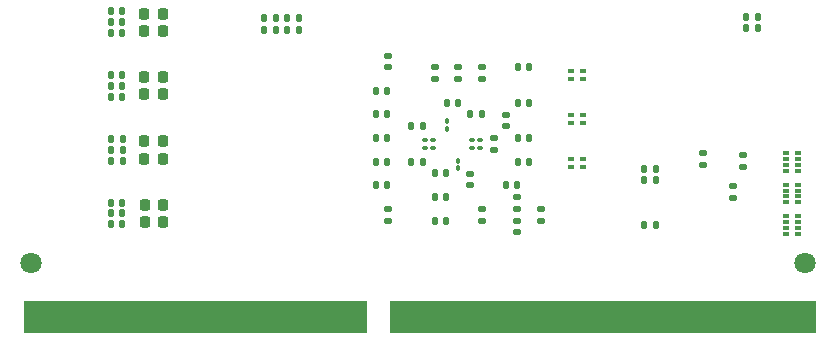
<source format=gbr>
%TF.GenerationSoftware,KiCad,Pcbnew,(6.0.0)*%
%TF.CreationDate,2022-04-26T21:12:20+08:00*%
%TF.ProjectId,XC6SLX25(FTG256)_CoreBoard,58433653-4c58-4323-9528-465447323536,rev?*%
%TF.SameCoordinates,Original*%
%TF.FileFunction,Soldermask,Bot*%
%TF.FilePolarity,Negative*%
%FSLAX46Y46*%
G04 Gerber Fmt 4.6, Leading zero omitted, Abs format (unit mm)*
G04 Created by KiCad (PCBNEW (6.0.0)) date 2022-04-26 21:12:20*
%MOMM*%
%LPD*%
G01*
G04 APERTURE LIST*
G04 Aperture macros list*
%AMRoundRect*
0 Rectangle with rounded corners*
0 $1 Rounding radius*
0 $2 $3 $4 $5 $6 $7 $8 $9 X,Y pos of 4 corners*
0 Add a 4 corners polygon primitive as box body*
4,1,4,$2,$3,$4,$5,$6,$7,$8,$9,$2,$3,0*
0 Add four circle primitives for the rounded corners*
1,1,$1+$1,$2,$3*
1,1,$1+$1,$4,$5*
1,1,$1+$1,$6,$7*
1,1,$1+$1,$8,$9*
0 Add four rect primitives between the rounded corners*
20,1,$1+$1,$2,$3,$4,$5,0*
20,1,$1+$1,$4,$5,$6,$7,0*
20,1,$1+$1,$6,$7,$8,$9,0*
20,1,$1+$1,$8,$9,$2,$3,0*%
G04 Aperture macros list end*
%ADD10C,0.010000*%
%ADD11RoundRect,0.140000X0.140000X0.170000X-0.140000X0.170000X-0.140000X-0.170000X0.140000X-0.170000X0*%
%ADD12RoundRect,0.100000X-0.130000X-0.100000X0.130000X-0.100000X0.130000X0.100000X-0.130000X0.100000X0*%
%ADD13RoundRect,0.225000X0.225000X0.250000X-0.225000X0.250000X-0.225000X-0.250000X0.225000X-0.250000X0*%
%ADD14R,0.500000X0.400000*%
%ADD15RoundRect,0.140000X-0.140000X-0.170000X0.140000X-0.170000X0.140000X0.170000X-0.140000X0.170000X0*%
%ADD16RoundRect,0.140000X0.170000X-0.140000X0.170000X0.140000X-0.170000X0.140000X-0.170000X-0.140000X0*%
%ADD17RoundRect,0.135000X0.135000X0.185000X-0.135000X0.185000X-0.135000X-0.185000X0.135000X-0.185000X0*%
%ADD18RoundRect,0.100000X0.100000X-0.130000X0.100000X0.130000X-0.100000X0.130000X-0.100000X-0.130000X0*%
%ADD19C,1.800000*%
%ADD20RoundRect,0.140000X-0.170000X0.140000X-0.170000X-0.140000X0.170000X-0.140000X0.170000X0.140000X0*%
%ADD21RoundRect,0.135000X-0.135000X-0.185000X0.135000X-0.185000X0.135000X0.185000X-0.135000X0.185000X0*%
%ADD22R,0.500000X0.320000*%
%ADD23RoundRect,0.135000X-0.185000X0.135000X-0.185000X-0.135000X0.185000X-0.135000X0.185000X0.135000X0*%
%ADD24RoundRect,0.135000X0.185000X-0.135000X0.185000X0.135000X-0.185000X0.135000X-0.185000X-0.135000X0*%
%ADD25RoundRect,0.100000X0.130000X0.100000X-0.130000X0.100000X-0.130000X-0.100000X0.130000X-0.100000X0*%
%ADD26RoundRect,0.100000X-0.100000X0.130000X-0.100000X-0.130000X0.100000X-0.130000X0.100000X0.130000X0*%
G04 APERTURE END LIST*
D10*
%TO.C,J1*%
X125850000Y-105610000D02*
X125400000Y-105610000D01*
X125400000Y-105610000D02*
X125400000Y-108210000D01*
X125400000Y-108210000D02*
X125850000Y-108210000D01*
X125850000Y-108210000D02*
X125850000Y-105610000D01*
G36*
X125850000Y-108210000D02*
G01*
X125400000Y-108210000D01*
X125400000Y-105610000D01*
X125850000Y-105610000D01*
X125850000Y-108210000D01*
G37*
X125850000Y-108210000D02*
X125400000Y-108210000D01*
X125400000Y-105610000D01*
X125850000Y-105610000D01*
X125850000Y-108210000D01*
X127850000Y-105610000D02*
X127400000Y-105610000D01*
X127400000Y-105610000D02*
X127400000Y-108210000D01*
X127400000Y-108210000D02*
X127850000Y-108210000D01*
X127850000Y-108210000D02*
X127850000Y-105610000D01*
G36*
X127850000Y-108210000D02*
G01*
X127400000Y-108210000D01*
X127400000Y-105610000D01*
X127850000Y-105610000D01*
X127850000Y-108210000D01*
G37*
X127850000Y-108210000D02*
X127400000Y-108210000D01*
X127400000Y-105610000D01*
X127850000Y-105610000D01*
X127850000Y-108210000D01*
X134350000Y-105610000D02*
X133900000Y-105610000D01*
X133900000Y-105610000D02*
X133900000Y-108210000D01*
X133900000Y-108210000D02*
X134350000Y-108210000D01*
X134350000Y-108210000D02*
X134350000Y-105610000D01*
G36*
X134350000Y-108210000D02*
G01*
X133900000Y-108210000D01*
X133900000Y-105610000D01*
X134350000Y-105610000D01*
X134350000Y-108210000D01*
G37*
X134350000Y-108210000D02*
X133900000Y-108210000D01*
X133900000Y-105610000D01*
X134350000Y-105610000D01*
X134350000Y-108210000D01*
X169850000Y-105610000D02*
X169400000Y-105610000D01*
X169400000Y-105610000D02*
X169400000Y-108210000D01*
X169400000Y-108210000D02*
X169850000Y-108210000D01*
X169850000Y-108210000D02*
X169850000Y-105610000D01*
G36*
X169850000Y-108210000D02*
G01*
X169400000Y-108210000D01*
X169400000Y-105610000D01*
X169850000Y-105610000D01*
X169850000Y-108210000D01*
G37*
X169850000Y-108210000D02*
X169400000Y-108210000D01*
X169400000Y-105610000D01*
X169850000Y-105610000D01*
X169850000Y-108210000D01*
X145350000Y-105610000D02*
X144900000Y-105610000D01*
X144900000Y-105610000D02*
X144900000Y-108210000D01*
X144900000Y-108210000D02*
X145350000Y-108210000D01*
X145350000Y-108210000D02*
X145350000Y-105610000D01*
G36*
X145350000Y-108210000D02*
G01*
X144900000Y-108210000D01*
X144900000Y-105610000D01*
X145350000Y-105610000D01*
X145350000Y-108210000D01*
G37*
X145350000Y-108210000D02*
X144900000Y-108210000D01*
X144900000Y-105610000D01*
X145350000Y-105610000D01*
X145350000Y-108210000D01*
X170350000Y-105610000D02*
X169900000Y-105610000D01*
X169900000Y-105610000D02*
X169900000Y-108210000D01*
X169900000Y-108210000D02*
X170350000Y-108210000D01*
X170350000Y-108210000D02*
X170350000Y-105610000D01*
G36*
X170350000Y-108210000D02*
G01*
X169900000Y-108210000D01*
X169900000Y-105610000D01*
X170350000Y-105610000D01*
X170350000Y-108210000D01*
G37*
X170350000Y-108210000D02*
X169900000Y-108210000D01*
X169900000Y-105610000D01*
X170350000Y-105610000D01*
X170350000Y-108210000D01*
X122350000Y-105610000D02*
X121900000Y-105610000D01*
X121900000Y-105610000D02*
X121900000Y-108210000D01*
X121900000Y-108210000D02*
X122350000Y-108210000D01*
X122350000Y-108210000D02*
X122350000Y-105610000D01*
G36*
X122350000Y-108210000D02*
G01*
X121900000Y-108210000D01*
X121900000Y-105610000D01*
X122350000Y-105610000D01*
X122350000Y-108210000D01*
G37*
X122350000Y-108210000D02*
X121900000Y-108210000D01*
X121900000Y-105610000D01*
X122350000Y-105610000D01*
X122350000Y-108210000D01*
X110350000Y-105610000D02*
X109900000Y-105610000D01*
X109900000Y-105610000D02*
X109900000Y-108210000D01*
X109900000Y-108210000D02*
X110350000Y-108210000D01*
X110350000Y-108210000D02*
X110350000Y-105610000D01*
G36*
X110350000Y-108210000D02*
G01*
X109900000Y-108210000D01*
X109900000Y-105610000D01*
X110350000Y-105610000D01*
X110350000Y-108210000D01*
G37*
X110350000Y-108210000D02*
X109900000Y-108210000D01*
X109900000Y-105610000D01*
X110350000Y-105610000D01*
X110350000Y-108210000D01*
X153350000Y-105610000D02*
X152900000Y-105610000D01*
X152900000Y-105610000D02*
X152900000Y-108210000D01*
X152900000Y-108210000D02*
X153350000Y-108210000D01*
X153350000Y-108210000D02*
X153350000Y-105610000D01*
G36*
X153350000Y-108210000D02*
G01*
X152900000Y-108210000D01*
X152900000Y-105610000D01*
X153350000Y-105610000D01*
X153350000Y-108210000D01*
G37*
X153350000Y-108210000D02*
X152900000Y-108210000D01*
X152900000Y-105610000D01*
X153350000Y-105610000D01*
X153350000Y-108210000D01*
X174350000Y-105610000D02*
X173900000Y-105610000D01*
X173900000Y-105610000D02*
X173900000Y-108210000D01*
X173900000Y-108210000D02*
X174350000Y-108210000D01*
X174350000Y-108210000D02*
X174350000Y-105610000D01*
G36*
X174350000Y-108210000D02*
G01*
X173900000Y-108210000D01*
X173900000Y-105610000D01*
X174350000Y-105610000D01*
X174350000Y-108210000D01*
G37*
X174350000Y-108210000D02*
X173900000Y-108210000D01*
X173900000Y-105610000D01*
X174350000Y-105610000D01*
X174350000Y-108210000D01*
X135350000Y-105610000D02*
X134900000Y-105610000D01*
X134900000Y-105610000D02*
X134900000Y-108210000D01*
X134900000Y-108210000D02*
X135350000Y-108210000D01*
X135350000Y-108210000D02*
X135350000Y-105610000D01*
G36*
X135350000Y-108210000D02*
G01*
X134900000Y-108210000D01*
X134900000Y-105610000D01*
X135350000Y-105610000D01*
X135350000Y-108210000D01*
G37*
X135350000Y-108210000D02*
X134900000Y-108210000D01*
X134900000Y-105610000D01*
X135350000Y-105610000D01*
X135350000Y-108210000D01*
X146350000Y-105610000D02*
X145900000Y-105610000D01*
X145900000Y-105610000D02*
X145900000Y-108210000D01*
X145900000Y-108210000D02*
X146350000Y-108210000D01*
X146350000Y-108210000D02*
X146350000Y-105610000D01*
G36*
X146350000Y-108210000D02*
G01*
X145900000Y-108210000D01*
X145900000Y-105610000D01*
X146350000Y-105610000D01*
X146350000Y-108210000D01*
G37*
X146350000Y-108210000D02*
X145900000Y-108210000D01*
X145900000Y-105610000D01*
X146350000Y-105610000D01*
X146350000Y-108210000D01*
X113850000Y-105610000D02*
X113400000Y-105610000D01*
X113400000Y-105610000D02*
X113400000Y-108210000D01*
X113400000Y-108210000D02*
X113850000Y-108210000D01*
X113850000Y-108210000D02*
X113850000Y-105610000D01*
G36*
X113850000Y-108210000D02*
G01*
X113400000Y-108210000D01*
X113400000Y-105610000D01*
X113850000Y-105610000D01*
X113850000Y-108210000D01*
G37*
X113850000Y-108210000D02*
X113400000Y-108210000D01*
X113400000Y-105610000D01*
X113850000Y-105610000D01*
X113850000Y-108210000D01*
X157850000Y-105610000D02*
X157400000Y-105610000D01*
X157400000Y-105610000D02*
X157400000Y-108210000D01*
X157400000Y-108210000D02*
X157850000Y-108210000D01*
X157850000Y-108210000D02*
X157850000Y-105610000D01*
G36*
X157850000Y-108210000D02*
G01*
X157400000Y-108210000D01*
X157400000Y-105610000D01*
X157850000Y-105610000D01*
X157850000Y-108210000D01*
G37*
X157850000Y-108210000D02*
X157400000Y-108210000D01*
X157400000Y-105610000D01*
X157850000Y-105610000D01*
X157850000Y-108210000D01*
X111350000Y-105610000D02*
X110900000Y-105610000D01*
X110900000Y-105610000D02*
X110900000Y-108210000D01*
X110900000Y-108210000D02*
X111350000Y-108210000D01*
X111350000Y-108210000D02*
X111350000Y-105610000D01*
G36*
X111350000Y-108210000D02*
G01*
X110900000Y-108210000D01*
X110900000Y-105610000D01*
X111350000Y-105610000D01*
X111350000Y-108210000D01*
G37*
X111350000Y-108210000D02*
X110900000Y-108210000D01*
X110900000Y-105610000D01*
X111350000Y-105610000D01*
X111350000Y-108210000D01*
X151850000Y-105610000D02*
X151400000Y-105610000D01*
X151400000Y-105610000D02*
X151400000Y-108210000D01*
X151400000Y-108210000D02*
X151850000Y-108210000D01*
X151850000Y-108210000D02*
X151850000Y-105610000D01*
G36*
X151850000Y-108210000D02*
G01*
X151400000Y-108210000D01*
X151400000Y-105610000D01*
X151850000Y-105610000D01*
X151850000Y-108210000D01*
G37*
X151850000Y-108210000D02*
X151400000Y-108210000D01*
X151400000Y-105610000D01*
X151850000Y-105610000D01*
X151850000Y-108210000D01*
X152350000Y-105610000D02*
X151900000Y-105610000D01*
X151900000Y-105610000D02*
X151900000Y-108210000D01*
X151900000Y-108210000D02*
X152350000Y-108210000D01*
X152350000Y-108210000D02*
X152350000Y-105610000D01*
G36*
X152350000Y-108210000D02*
G01*
X151900000Y-108210000D01*
X151900000Y-105610000D01*
X152350000Y-105610000D01*
X152350000Y-108210000D01*
G37*
X152350000Y-108210000D02*
X151900000Y-108210000D01*
X151900000Y-105610000D01*
X152350000Y-105610000D01*
X152350000Y-108210000D01*
X114350000Y-105610000D02*
X113900000Y-105610000D01*
X113900000Y-105610000D02*
X113900000Y-108210000D01*
X113900000Y-108210000D02*
X114350000Y-108210000D01*
X114350000Y-108210000D02*
X114350000Y-105610000D01*
G36*
X114350000Y-108210000D02*
G01*
X113900000Y-108210000D01*
X113900000Y-105610000D01*
X114350000Y-105610000D01*
X114350000Y-108210000D01*
G37*
X114350000Y-108210000D02*
X113900000Y-108210000D01*
X113900000Y-105610000D01*
X114350000Y-105610000D01*
X114350000Y-108210000D01*
X135850000Y-105610000D02*
X135400000Y-105610000D01*
X135400000Y-105610000D02*
X135400000Y-108210000D01*
X135400000Y-108210000D02*
X135850000Y-108210000D01*
X135850000Y-108210000D02*
X135850000Y-105610000D01*
G36*
X135850000Y-108210000D02*
G01*
X135400000Y-108210000D01*
X135400000Y-105610000D01*
X135850000Y-105610000D01*
X135850000Y-108210000D01*
G37*
X135850000Y-108210000D02*
X135400000Y-108210000D01*
X135400000Y-105610000D01*
X135850000Y-105610000D01*
X135850000Y-108210000D01*
X111850000Y-105610000D02*
X111400000Y-105610000D01*
X111400000Y-105610000D02*
X111400000Y-108210000D01*
X111400000Y-108210000D02*
X111850000Y-108210000D01*
X111850000Y-108210000D02*
X111850000Y-105610000D01*
G36*
X111850000Y-108210000D02*
G01*
X111400000Y-108210000D01*
X111400000Y-105610000D01*
X111850000Y-105610000D01*
X111850000Y-108210000D01*
G37*
X111850000Y-108210000D02*
X111400000Y-108210000D01*
X111400000Y-105610000D01*
X111850000Y-105610000D01*
X111850000Y-108210000D01*
X116850000Y-105610000D02*
X116400000Y-105610000D01*
X116400000Y-105610000D02*
X116400000Y-108210000D01*
X116400000Y-108210000D02*
X116850000Y-108210000D01*
X116850000Y-108210000D02*
X116850000Y-105610000D01*
G36*
X116850000Y-108210000D02*
G01*
X116400000Y-108210000D01*
X116400000Y-105610000D01*
X116850000Y-105610000D01*
X116850000Y-108210000D01*
G37*
X116850000Y-108210000D02*
X116400000Y-108210000D01*
X116400000Y-105610000D01*
X116850000Y-105610000D01*
X116850000Y-108210000D01*
X141350000Y-105610000D02*
X140900000Y-105610000D01*
X140900000Y-105610000D02*
X140900000Y-108210000D01*
X140900000Y-108210000D02*
X141350000Y-108210000D01*
X141350000Y-108210000D02*
X141350000Y-105610000D01*
G36*
X141350000Y-108210000D02*
G01*
X140900000Y-108210000D01*
X140900000Y-105610000D01*
X141350000Y-105610000D01*
X141350000Y-108210000D01*
G37*
X141350000Y-108210000D02*
X140900000Y-108210000D01*
X140900000Y-105610000D01*
X141350000Y-105610000D01*
X141350000Y-108210000D01*
X138850000Y-105610000D02*
X138400000Y-105610000D01*
X138400000Y-105610000D02*
X138400000Y-108210000D01*
X138400000Y-108210000D02*
X138850000Y-108210000D01*
X138850000Y-108210000D02*
X138850000Y-105610000D01*
G36*
X138850000Y-108210000D02*
G01*
X138400000Y-108210000D01*
X138400000Y-105610000D01*
X138850000Y-105610000D01*
X138850000Y-108210000D01*
G37*
X138850000Y-108210000D02*
X138400000Y-108210000D01*
X138400000Y-105610000D01*
X138850000Y-105610000D01*
X138850000Y-108210000D01*
X109850000Y-105610000D02*
X109400000Y-105610000D01*
X109400000Y-105610000D02*
X109400000Y-108210000D01*
X109400000Y-108210000D02*
X109850000Y-108210000D01*
X109850000Y-108210000D02*
X109850000Y-105610000D01*
G36*
X109850000Y-108210000D02*
G01*
X109400000Y-108210000D01*
X109400000Y-105610000D01*
X109850000Y-105610000D01*
X109850000Y-108210000D01*
G37*
X109850000Y-108210000D02*
X109400000Y-108210000D01*
X109400000Y-105610000D01*
X109850000Y-105610000D01*
X109850000Y-108210000D01*
X144350000Y-105610000D02*
X143900000Y-105610000D01*
X143900000Y-105610000D02*
X143900000Y-108210000D01*
X143900000Y-108210000D02*
X144350000Y-108210000D01*
X144350000Y-108210000D02*
X144350000Y-105610000D01*
G36*
X144350000Y-108210000D02*
G01*
X143900000Y-108210000D01*
X143900000Y-105610000D01*
X144350000Y-105610000D01*
X144350000Y-108210000D01*
G37*
X144350000Y-108210000D02*
X143900000Y-108210000D01*
X143900000Y-105610000D01*
X144350000Y-105610000D01*
X144350000Y-108210000D01*
X148350000Y-105610000D02*
X147900000Y-105610000D01*
X147900000Y-105610000D02*
X147900000Y-108210000D01*
X147900000Y-108210000D02*
X148350000Y-108210000D01*
X148350000Y-108210000D02*
X148350000Y-105610000D01*
G36*
X148350000Y-108210000D02*
G01*
X147900000Y-108210000D01*
X147900000Y-105610000D01*
X148350000Y-105610000D01*
X148350000Y-108210000D01*
G37*
X148350000Y-108210000D02*
X147900000Y-108210000D01*
X147900000Y-105610000D01*
X148350000Y-105610000D01*
X148350000Y-108210000D01*
X115350000Y-105610000D02*
X114900000Y-105610000D01*
X114900000Y-105610000D02*
X114900000Y-108210000D01*
X114900000Y-108210000D02*
X115350000Y-108210000D01*
X115350000Y-108210000D02*
X115350000Y-105610000D01*
G36*
X115350000Y-108210000D02*
G01*
X114900000Y-108210000D01*
X114900000Y-105610000D01*
X115350000Y-105610000D01*
X115350000Y-108210000D01*
G37*
X115350000Y-108210000D02*
X114900000Y-108210000D01*
X114900000Y-105610000D01*
X115350000Y-105610000D01*
X115350000Y-108210000D01*
X166350000Y-105610000D02*
X165900000Y-105610000D01*
X165900000Y-105610000D02*
X165900000Y-108210000D01*
X165900000Y-108210000D02*
X166350000Y-108210000D01*
X166350000Y-108210000D02*
X166350000Y-105610000D01*
G36*
X166350000Y-108210000D02*
G01*
X165900000Y-108210000D01*
X165900000Y-105610000D01*
X166350000Y-105610000D01*
X166350000Y-108210000D01*
G37*
X166350000Y-108210000D02*
X165900000Y-108210000D01*
X165900000Y-105610000D01*
X166350000Y-105610000D01*
X166350000Y-108210000D01*
X112350000Y-105610000D02*
X111900000Y-105610000D01*
X111900000Y-105610000D02*
X111900000Y-108210000D01*
X111900000Y-108210000D02*
X112350000Y-108210000D01*
X112350000Y-108210000D02*
X112350000Y-105610000D01*
G36*
X112350000Y-108210000D02*
G01*
X111900000Y-108210000D01*
X111900000Y-105610000D01*
X112350000Y-105610000D01*
X112350000Y-108210000D01*
G37*
X112350000Y-108210000D02*
X111900000Y-108210000D01*
X111900000Y-105610000D01*
X112350000Y-105610000D01*
X112350000Y-108210000D01*
X170850000Y-105610000D02*
X170400000Y-105610000D01*
X170400000Y-105610000D02*
X170400000Y-108210000D01*
X170400000Y-108210000D02*
X170850000Y-108210000D01*
X170850000Y-108210000D02*
X170850000Y-105610000D01*
G36*
X170850000Y-108210000D02*
G01*
X170400000Y-108210000D01*
X170400000Y-105610000D01*
X170850000Y-105610000D01*
X170850000Y-108210000D01*
G37*
X170850000Y-108210000D02*
X170400000Y-108210000D01*
X170400000Y-105610000D01*
X170850000Y-105610000D01*
X170850000Y-108210000D01*
X172850000Y-105610000D02*
X172400000Y-105610000D01*
X172400000Y-105610000D02*
X172400000Y-108210000D01*
X172400000Y-108210000D02*
X172850000Y-108210000D01*
X172850000Y-108210000D02*
X172850000Y-105610000D01*
G36*
X172850000Y-108210000D02*
G01*
X172400000Y-108210000D01*
X172400000Y-105610000D01*
X172850000Y-105610000D01*
X172850000Y-108210000D01*
G37*
X172850000Y-108210000D02*
X172400000Y-108210000D01*
X172400000Y-105610000D01*
X172850000Y-105610000D01*
X172850000Y-108210000D01*
X150350000Y-105610000D02*
X149900000Y-105610000D01*
X149900000Y-105610000D02*
X149900000Y-108210000D01*
X149900000Y-108210000D02*
X150350000Y-108210000D01*
X150350000Y-108210000D02*
X150350000Y-105610000D01*
G36*
X150350000Y-108210000D02*
G01*
X149900000Y-108210000D01*
X149900000Y-105610000D01*
X150350000Y-105610000D01*
X150350000Y-108210000D01*
G37*
X150350000Y-108210000D02*
X149900000Y-108210000D01*
X149900000Y-105610000D01*
X150350000Y-105610000D01*
X150350000Y-108210000D01*
X171350000Y-105610000D02*
X170900000Y-105610000D01*
X170900000Y-105610000D02*
X170900000Y-108210000D01*
X170900000Y-108210000D02*
X171350000Y-108210000D01*
X171350000Y-108210000D02*
X171350000Y-105610000D01*
G36*
X171350000Y-108210000D02*
G01*
X170900000Y-108210000D01*
X170900000Y-105610000D01*
X171350000Y-105610000D01*
X171350000Y-108210000D01*
G37*
X171350000Y-108210000D02*
X170900000Y-108210000D01*
X170900000Y-105610000D01*
X171350000Y-105610000D01*
X171350000Y-108210000D01*
X140350000Y-105610000D02*
X139900000Y-105610000D01*
X139900000Y-105610000D02*
X139900000Y-108210000D01*
X139900000Y-108210000D02*
X140350000Y-108210000D01*
X140350000Y-108210000D02*
X140350000Y-105610000D01*
G36*
X140350000Y-108210000D02*
G01*
X139900000Y-108210000D01*
X139900000Y-105610000D01*
X140350000Y-105610000D01*
X140350000Y-108210000D01*
G37*
X140350000Y-108210000D02*
X139900000Y-108210000D01*
X139900000Y-105610000D01*
X140350000Y-105610000D01*
X140350000Y-108210000D01*
X159350000Y-105610000D02*
X158900000Y-105610000D01*
X158900000Y-105610000D02*
X158900000Y-108210000D01*
X158900000Y-108210000D02*
X159350000Y-108210000D01*
X159350000Y-108210000D02*
X159350000Y-105610000D01*
G36*
X159350000Y-108210000D02*
G01*
X158900000Y-108210000D01*
X158900000Y-105610000D01*
X159350000Y-105610000D01*
X159350000Y-108210000D01*
G37*
X159350000Y-108210000D02*
X158900000Y-108210000D01*
X158900000Y-105610000D01*
X159350000Y-105610000D01*
X159350000Y-108210000D01*
X139350000Y-105610000D02*
X138900000Y-105610000D01*
X138900000Y-105610000D02*
X138900000Y-108210000D01*
X138900000Y-108210000D02*
X139350000Y-108210000D01*
X139350000Y-108210000D02*
X139350000Y-105610000D01*
G36*
X139350000Y-108210000D02*
G01*
X138900000Y-108210000D01*
X138900000Y-105610000D01*
X139350000Y-105610000D01*
X139350000Y-108210000D01*
G37*
X139350000Y-108210000D02*
X138900000Y-108210000D01*
X138900000Y-105610000D01*
X139350000Y-105610000D01*
X139350000Y-108210000D01*
X156350000Y-105610000D02*
X155900000Y-105610000D01*
X155900000Y-105610000D02*
X155900000Y-108210000D01*
X155900000Y-108210000D02*
X156350000Y-108210000D01*
X156350000Y-108210000D02*
X156350000Y-105610000D01*
G36*
X156350000Y-108210000D02*
G01*
X155900000Y-108210000D01*
X155900000Y-105610000D01*
X156350000Y-105610000D01*
X156350000Y-108210000D01*
G37*
X156350000Y-108210000D02*
X155900000Y-108210000D01*
X155900000Y-105610000D01*
X156350000Y-105610000D01*
X156350000Y-108210000D01*
X108350000Y-105610000D02*
X107900000Y-105610000D01*
X107900000Y-105610000D02*
X107900000Y-108210000D01*
X107900000Y-108210000D02*
X108350000Y-108210000D01*
X108350000Y-108210000D02*
X108350000Y-105610000D01*
G36*
X108350000Y-108210000D02*
G01*
X107900000Y-108210000D01*
X107900000Y-105610000D01*
X108350000Y-105610000D01*
X108350000Y-108210000D01*
G37*
X108350000Y-108210000D02*
X107900000Y-108210000D01*
X107900000Y-105610000D01*
X108350000Y-105610000D01*
X108350000Y-108210000D01*
X133850000Y-105610000D02*
X133400000Y-105610000D01*
X133400000Y-105610000D02*
X133400000Y-108210000D01*
X133400000Y-108210000D02*
X133850000Y-108210000D01*
X133850000Y-108210000D02*
X133850000Y-105610000D01*
G36*
X133850000Y-108210000D02*
G01*
X133400000Y-108210000D01*
X133400000Y-105610000D01*
X133850000Y-105610000D01*
X133850000Y-108210000D01*
G37*
X133850000Y-108210000D02*
X133400000Y-108210000D01*
X133400000Y-105610000D01*
X133850000Y-105610000D01*
X133850000Y-108210000D01*
X133350000Y-105610000D02*
X132900000Y-105610000D01*
X132900000Y-105610000D02*
X132900000Y-108210000D01*
X132900000Y-108210000D02*
X133350000Y-108210000D01*
X133350000Y-108210000D02*
X133350000Y-105610000D01*
G36*
X133350000Y-108210000D02*
G01*
X132900000Y-108210000D01*
X132900000Y-105610000D01*
X133350000Y-105610000D01*
X133350000Y-108210000D01*
G37*
X133350000Y-108210000D02*
X132900000Y-108210000D01*
X132900000Y-105610000D01*
X133350000Y-105610000D01*
X133350000Y-108210000D01*
X147850000Y-105610000D02*
X147400000Y-105610000D01*
X147400000Y-105610000D02*
X147400000Y-108210000D01*
X147400000Y-108210000D02*
X147850000Y-108210000D01*
X147850000Y-108210000D02*
X147850000Y-105610000D01*
G36*
X147850000Y-108210000D02*
G01*
X147400000Y-108210000D01*
X147400000Y-105610000D01*
X147850000Y-105610000D01*
X147850000Y-108210000D01*
G37*
X147850000Y-108210000D02*
X147400000Y-108210000D01*
X147400000Y-105610000D01*
X147850000Y-105610000D01*
X147850000Y-108210000D01*
X161350000Y-105610000D02*
X160900000Y-105610000D01*
X160900000Y-105610000D02*
X160900000Y-108210000D01*
X160900000Y-108210000D02*
X161350000Y-108210000D01*
X161350000Y-108210000D02*
X161350000Y-105610000D01*
G36*
X161350000Y-108210000D02*
G01*
X160900000Y-108210000D01*
X160900000Y-105610000D01*
X161350000Y-105610000D01*
X161350000Y-108210000D01*
G37*
X161350000Y-108210000D02*
X160900000Y-108210000D01*
X160900000Y-105610000D01*
X161350000Y-105610000D01*
X161350000Y-108210000D01*
X122850000Y-105610000D02*
X122400000Y-105610000D01*
X122400000Y-105610000D02*
X122400000Y-108210000D01*
X122400000Y-108210000D02*
X122850000Y-108210000D01*
X122850000Y-108210000D02*
X122850000Y-105610000D01*
G36*
X122850000Y-108210000D02*
G01*
X122400000Y-108210000D01*
X122400000Y-105610000D01*
X122850000Y-105610000D01*
X122850000Y-108210000D01*
G37*
X122850000Y-108210000D02*
X122400000Y-108210000D01*
X122400000Y-105610000D01*
X122850000Y-105610000D01*
X122850000Y-108210000D01*
X121850000Y-105610000D02*
X121400000Y-105610000D01*
X121400000Y-105610000D02*
X121400000Y-108210000D01*
X121400000Y-108210000D02*
X121850000Y-108210000D01*
X121850000Y-108210000D02*
X121850000Y-105610000D01*
G36*
X121850000Y-108210000D02*
G01*
X121400000Y-108210000D01*
X121400000Y-105610000D01*
X121850000Y-105610000D01*
X121850000Y-108210000D01*
G37*
X121850000Y-108210000D02*
X121400000Y-108210000D01*
X121400000Y-105610000D01*
X121850000Y-105610000D01*
X121850000Y-108210000D01*
X158350000Y-105610000D02*
X157900000Y-105610000D01*
X157900000Y-105610000D02*
X157900000Y-108210000D01*
X157900000Y-108210000D02*
X158350000Y-108210000D01*
X158350000Y-108210000D02*
X158350000Y-105610000D01*
G36*
X158350000Y-108210000D02*
G01*
X157900000Y-108210000D01*
X157900000Y-105610000D01*
X158350000Y-105610000D01*
X158350000Y-108210000D01*
G37*
X158350000Y-108210000D02*
X157900000Y-108210000D01*
X157900000Y-105610000D01*
X158350000Y-105610000D01*
X158350000Y-108210000D01*
X143850000Y-105610000D02*
X143400000Y-105610000D01*
X143400000Y-105610000D02*
X143400000Y-108210000D01*
X143400000Y-108210000D02*
X143850000Y-108210000D01*
X143850000Y-108210000D02*
X143850000Y-105610000D01*
G36*
X143850000Y-108210000D02*
G01*
X143400000Y-108210000D01*
X143400000Y-105610000D01*
X143850000Y-105610000D01*
X143850000Y-108210000D01*
G37*
X143850000Y-108210000D02*
X143400000Y-108210000D01*
X143400000Y-105610000D01*
X143850000Y-105610000D01*
X143850000Y-108210000D01*
X142850000Y-105610000D02*
X142400000Y-105610000D01*
X142400000Y-105610000D02*
X142400000Y-108210000D01*
X142400000Y-108210000D02*
X142850000Y-108210000D01*
X142850000Y-108210000D02*
X142850000Y-105610000D01*
G36*
X142850000Y-108210000D02*
G01*
X142400000Y-108210000D01*
X142400000Y-105610000D01*
X142850000Y-105610000D01*
X142850000Y-108210000D01*
G37*
X142850000Y-108210000D02*
X142400000Y-108210000D01*
X142400000Y-105610000D01*
X142850000Y-105610000D01*
X142850000Y-108210000D01*
X144850000Y-105610000D02*
X144400000Y-105610000D01*
X144400000Y-105610000D02*
X144400000Y-108210000D01*
X144400000Y-108210000D02*
X144850000Y-108210000D01*
X144850000Y-108210000D02*
X144850000Y-105610000D01*
G36*
X144850000Y-108210000D02*
G01*
X144400000Y-108210000D01*
X144400000Y-105610000D01*
X144850000Y-105610000D01*
X144850000Y-108210000D01*
G37*
X144850000Y-108210000D02*
X144400000Y-108210000D01*
X144400000Y-105610000D01*
X144850000Y-105610000D01*
X144850000Y-108210000D01*
X132850000Y-105610000D02*
X132400000Y-105610000D01*
X132400000Y-105610000D02*
X132400000Y-108210000D01*
X132400000Y-108210000D02*
X132850000Y-108210000D01*
X132850000Y-108210000D02*
X132850000Y-105610000D01*
G36*
X132850000Y-108210000D02*
G01*
X132400000Y-108210000D01*
X132400000Y-105610000D01*
X132850000Y-105610000D01*
X132850000Y-108210000D01*
G37*
X132850000Y-108210000D02*
X132400000Y-108210000D01*
X132400000Y-105610000D01*
X132850000Y-105610000D01*
X132850000Y-108210000D01*
X142350000Y-105610000D02*
X141900000Y-105610000D01*
X141900000Y-105610000D02*
X141900000Y-108210000D01*
X141900000Y-108210000D02*
X142350000Y-108210000D01*
X142350000Y-108210000D02*
X142350000Y-105610000D01*
G36*
X142350000Y-108210000D02*
G01*
X141900000Y-108210000D01*
X141900000Y-105610000D01*
X142350000Y-105610000D01*
X142350000Y-108210000D01*
G37*
X142350000Y-108210000D02*
X141900000Y-108210000D01*
X141900000Y-105610000D01*
X142350000Y-105610000D01*
X142350000Y-108210000D01*
X120850000Y-105610000D02*
X120400000Y-105610000D01*
X120400000Y-105610000D02*
X120400000Y-108210000D01*
X120400000Y-108210000D02*
X120850000Y-108210000D01*
X120850000Y-108210000D02*
X120850000Y-105610000D01*
G36*
X120850000Y-108210000D02*
G01*
X120400000Y-108210000D01*
X120400000Y-105610000D01*
X120850000Y-105610000D01*
X120850000Y-108210000D01*
G37*
X120850000Y-108210000D02*
X120400000Y-108210000D01*
X120400000Y-105610000D01*
X120850000Y-105610000D01*
X120850000Y-108210000D01*
X152850000Y-105610000D02*
X152400000Y-105610000D01*
X152400000Y-105610000D02*
X152400000Y-108210000D01*
X152400000Y-108210000D02*
X152850000Y-108210000D01*
X152850000Y-108210000D02*
X152850000Y-105610000D01*
G36*
X152850000Y-108210000D02*
G01*
X152400000Y-108210000D01*
X152400000Y-105610000D01*
X152850000Y-105610000D01*
X152850000Y-108210000D01*
G37*
X152850000Y-108210000D02*
X152400000Y-108210000D01*
X152400000Y-105610000D01*
X152850000Y-105610000D01*
X152850000Y-108210000D01*
X148850000Y-105610000D02*
X148400000Y-105610000D01*
X148400000Y-105610000D02*
X148400000Y-108210000D01*
X148400000Y-108210000D02*
X148850000Y-108210000D01*
X148850000Y-108210000D02*
X148850000Y-105610000D01*
G36*
X148850000Y-108210000D02*
G01*
X148400000Y-108210000D01*
X148400000Y-105610000D01*
X148850000Y-105610000D01*
X148850000Y-108210000D01*
G37*
X148850000Y-108210000D02*
X148400000Y-108210000D01*
X148400000Y-105610000D01*
X148850000Y-105610000D01*
X148850000Y-108210000D01*
X136350000Y-105610000D02*
X135900000Y-105610000D01*
X135900000Y-105610000D02*
X135900000Y-108210000D01*
X135900000Y-108210000D02*
X136350000Y-108210000D01*
X136350000Y-108210000D02*
X136350000Y-105610000D01*
G36*
X136350000Y-108210000D02*
G01*
X135900000Y-108210000D01*
X135900000Y-105610000D01*
X136350000Y-105610000D01*
X136350000Y-108210000D01*
G37*
X136350000Y-108210000D02*
X135900000Y-108210000D01*
X135900000Y-105610000D01*
X136350000Y-105610000D01*
X136350000Y-108210000D01*
X125350000Y-105610000D02*
X124900000Y-105610000D01*
X124900000Y-105610000D02*
X124900000Y-108210000D01*
X124900000Y-108210000D02*
X125350000Y-108210000D01*
X125350000Y-108210000D02*
X125350000Y-105610000D01*
G36*
X125350000Y-108210000D02*
G01*
X124900000Y-108210000D01*
X124900000Y-105610000D01*
X125350000Y-105610000D01*
X125350000Y-108210000D01*
G37*
X125350000Y-108210000D02*
X124900000Y-108210000D01*
X124900000Y-105610000D01*
X125350000Y-105610000D01*
X125350000Y-108210000D01*
X129350000Y-105610000D02*
X128900000Y-105610000D01*
X128900000Y-105610000D02*
X128900000Y-108210000D01*
X128900000Y-108210000D02*
X129350000Y-108210000D01*
X129350000Y-108210000D02*
X129350000Y-105610000D01*
G36*
X129350000Y-108210000D02*
G01*
X128900000Y-108210000D01*
X128900000Y-105610000D01*
X129350000Y-105610000D01*
X129350000Y-108210000D01*
G37*
X129350000Y-108210000D02*
X128900000Y-108210000D01*
X128900000Y-105610000D01*
X129350000Y-105610000D01*
X129350000Y-108210000D01*
X128850000Y-105610000D02*
X128400000Y-105610000D01*
X128400000Y-105610000D02*
X128400000Y-108210000D01*
X128400000Y-108210000D02*
X128850000Y-108210000D01*
X128850000Y-108210000D02*
X128850000Y-105610000D01*
G36*
X128850000Y-108210000D02*
G01*
X128400000Y-108210000D01*
X128400000Y-105610000D01*
X128850000Y-105610000D01*
X128850000Y-108210000D01*
G37*
X128850000Y-108210000D02*
X128400000Y-108210000D01*
X128400000Y-105610000D01*
X128850000Y-105610000D01*
X128850000Y-108210000D01*
X123850000Y-105610000D02*
X123400000Y-105610000D01*
X123400000Y-105610000D02*
X123400000Y-108210000D01*
X123400000Y-108210000D02*
X123850000Y-108210000D01*
X123850000Y-108210000D02*
X123850000Y-105610000D01*
G36*
X123850000Y-108210000D02*
G01*
X123400000Y-108210000D01*
X123400000Y-105610000D01*
X123850000Y-105610000D01*
X123850000Y-108210000D01*
G37*
X123850000Y-108210000D02*
X123400000Y-108210000D01*
X123400000Y-105610000D01*
X123850000Y-105610000D01*
X123850000Y-108210000D01*
X167850000Y-105610000D02*
X167400000Y-105610000D01*
X167400000Y-105610000D02*
X167400000Y-108210000D01*
X167400000Y-108210000D02*
X167850000Y-108210000D01*
X167850000Y-108210000D02*
X167850000Y-105610000D01*
G36*
X167850000Y-108210000D02*
G01*
X167400000Y-108210000D01*
X167400000Y-105610000D01*
X167850000Y-105610000D01*
X167850000Y-108210000D01*
G37*
X167850000Y-108210000D02*
X167400000Y-108210000D01*
X167400000Y-105610000D01*
X167850000Y-105610000D01*
X167850000Y-108210000D01*
X119350000Y-105610000D02*
X118900000Y-105610000D01*
X118900000Y-105610000D02*
X118900000Y-108210000D01*
X118900000Y-108210000D02*
X119350000Y-108210000D01*
X119350000Y-108210000D02*
X119350000Y-105610000D01*
G36*
X119350000Y-108210000D02*
G01*
X118900000Y-108210000D01*
X118900000Y-105610000D01*
X119350000Y-105610000D01*
X119350000Y-108210000D01*
G37*
X119350000Y-108210000D02*
X118900000Y-108210000D01*
X118900000Y-105610000D01*
X119350000Y-105610000D01*
X119350000Y-108210000D01*
X163350000Y-105610000D02*
X162900000Y-105610000D01*
X162900000Y-105610000D02*
X162900000Y-108210000D01*
X162900000Y-108210000D02*
X163350000Y-108210000D01*
X163350000Y-108210000D02*
X163350000Y-105610000D01*
G36*
X163350000Y-108210000D02*
G01*
X162900000Y-108210000D01*
X162900000Y-105610000D01*
X163350000Y-105610000D01*
X163350000Y-108210000D01*
G37*
X163350000Y-108210000D02*
X162900000Y-108210000D01*
X162900000Y-105610000D01*
X163350000Y-105610000D01*
X163350000Y-108210000D01*
X159850000Y-105610000D02*
X159400000Y-105610000D01*
X159400000Y-105610000D02*
X159400000Y-108210000D01*
X159400000Y-108210000D02*
X159850000Y-108210000D01*
X159850000Y-108210000D02*
X159850000Y-105610000D01*
G36*
X159850000Y-108210000D02*
G01*
X159400000Y-108210000D01*
X159400000Y-105610000D01*
X159850000Y-105610000D01*
X159850000Y-108210000D01*
G37*
X159850000Y-108210000D02*
X159400000Y-108210000D01*
X159400000Y-105610000D01*
X159850000Y-105610000D01*
X159850000Y-108210000D01*
X167350000Y-105610000D02*
X166900000Y-105610000D01*
X166900000Y-105610000D02*
X166900000Y-108210000D01*
X166900000Y-108210000D02*
X167350000Y-108210000D01*
X167350000Y-108210000D02*
X167350000Y-105610000D01*
G36*
X167350000Y-108210000D02*
G01*
X166900000Y-108210000D01*
X166900000Y-105610000D01*
X167350000Y-105610000D01*
X167350000Y-108210000D01*
G37*
X167350000Y-108210000D02*
X166900000Y-108210000D01*
X166900000Y-105610000D01*
X167350000Y-105610000D01*
X167350000Y-108210000D01*
X168850000Y-105610000D02*
X168400000Y-105610000D01*
X168400000Y-105610000D02*
X168400000Y-108210000D01*
X168400000Y-108210000D02*
X168850000Y-108210000D01*
X168850000Y-108210000D02*
X168850000Y-105610000D01*
G36*
X168850000Y-108210000D02*
G01*
X168400000Y-108210000D01*
X168400000Y-105610000D01*
X168850000Y-105610000D01*
X168850000Y-108210000D01*
G37*
X168850000Y-108210000D02*
X168400000Y-108210000D01*
X168400000Y-105610000D01*
X168850000Y-105610000D01*
X168850000Y-108210000D01*
X153850000Y-105610000D02*
X153400000Y-105610000D01*
X153400000Y-105610000D02*
X153400000Y-108210000D01*
X153400000Y-108210000D02*
X153850000Y-108210000D01*
X153850000Y-108210000D02*
X153850000Y-105610000D01*
G36*
X153850000Y-108210000D02*
G01*
X153400000Y-108210000D01*
X153400000Y-105610000D01*
X153850000Y-105610000D01*
X153850000Y-108210000D01*
G37*
X153850000Y-108210000D02*
X153400000Y-108210000D01*
X153400000Y-105610000D01*
X153850000Y-105610000D01*
X153850000Y-108210000D01*
X166850000Y-105610000D02*
X166400000Y-105610000D01*
X166400000Y-105610000D02*
X166400000Y-108210000D01*
X166400000Y-108210000D02*
X166850000Y-108210000D01*
X166850000Y-108210000D02*
X166850000Y-105610000D01*
G36*
X166850000Y-108210000D02*
G01*
X166400000Y-108210000D01*
X166400000Y-105610000D01*
X166850000Y-105610000D01*
X166850000Y-108210000D01*
G37*
X166850000Y-108210000D02*
X166400000Y-108210000D01*
X166400000Y-105610000D01*
X166850000Y-105610000D01*
X166850000Y-108210000D01*
X141850000Y-105610000D02*
X141400000Y-105610000D01*
X141400000Y-105610000D02*
X141400000Y-108210000D01*
X141400000Y-108210000D02*
X141850000Y-108210000D01*
X141850000Y-108210000D02*
X141850000Y-105610000D01*
G36*
X141850000Y-108210000D02*
G01*
X141400000Y-108210000D01*
X141400000Y-105610000D01*
X141850000Y-105610000D01*
X141850000Y-108210000D01*
G37*
X141850000Y-108210000D02*
X141400000Y-108210000D01*
X141400000Y-105610000D01*
X141850000Y-105610000D01*
X141850000Y-108210000D01*
X154350000Y-105610000D02*
X153900000Y-105610000D01*
X153900000Y-105610000D02*
X153900000Y-108210000D01*
X153900000Y-108210000D02*
X154350000Y-108210000D01*
X154350000Y-108210000D02*
X154350000Y-105610000D01*
G36*
X154350000Y-108210000D02*
G01*
X153900000Y-108210000D01*
X153900000Y-105610000D01*
X154350000Y-105610000D01*
X154350000Y-108210000D01*
G37*
X154350000Y-108210000D02*
X153900000Y-108210000D01*
X153900000Y-105610000D01*
X154350000Y-105610000D01*
X154350000Y-108210000D01*
X160850000Y-105610000D02*
X160400000Y-105610000D01*
X160400000Y-105610000D02*
X160400000Y-108210000D01*
X160400000Y-108210000D02*
X160850000Y-108210000D01*
X160850000Y-108210000D02*
X160850000Y-105610000D01*
G36*
X160850000Y-108210000D02*
G01*
X160400000Y-108210000D01*
X160400000Y-105610000D01*
X160850000Y-105610000D01*
X160850000Y-108210000D01*
G37*
X160850000Y-108210000D02*
X160400000Y-108210000D01*
X160400000Y-105610000D01*
X160850000Y-105610000D01*
X160850000Y-108210000D01*
X124350000Y-105610000D02*
X123900000Y-105610000D01*
X123900000Y-105610000D02*
X123900000Y-108210000D01*
X123900000Y-108210000D02*
X124350000Y-108210000D01*
X124350000Y-108210000D02*
X124350000Y-105610000D01*
G36*
X124350000Y-108210000D02*
G01*
X123900000Y-108210000D01*
X123900000Y-105610000D01*
X124350000Y-105610000D01*
X124350000Y-108210000D01*
G37*
X124350000Y-108210000D02*
X123900000Y-108210000D01*
X123900000Y-105610000D01*
X124350000Y-105610000D01*
X124350000Y-108210000D01*
X129850000Y-105610000D02*
X129400000Y-105610000D01*
X129400000Y-105610000D02*
X129400000Y-108210000D01*
X129400000Y-108210000D02*
X129850000Y-108210000D01*
X129850000Y-108210000D02*
X129850000Y-105610000D01*
G36*
X129850000Y-108210000D02*
G01*
X129400000Y-108210000D01*
X129400000Y-105610000D01*
X129850000Y-105610000D01*
X129850000Y-108210000D01*
G37*
X129850000Y-108210000D02*
X129400000Y-108210000D01*
X129400000Y-105610000D01*
X129850000Y-105610000D01*
X129850000Y-108210000D01*
X130850000Y-105610000D02*
X130400000Y-105610000D01*
X130400000Y-105610000D02*
X130400000Y-108210000D01*
X130400000Y-108210000D02*
X130850000Y-108210000D01*
X130850000Y-108210000D02*
X130850000Y-105610000D01*
G36*
X130850000Y-108210000D02*
G01*
X130400000Y-108210000D01*
X130400000Y-105610000D01*
X130850000Y-105610000D01*
X130850000Y-108210000D01*
G37*
X130850000Y-108210000D02*
X130400000Y-108210000D01*
X130400000Y-105610000D01*
X130850000Y-105610000D01*
X130850000Y-108210000D01*
X119850000Y-105610000D02*
X119400000Y-105610000D01*
X119400000Y-105610000D02*
X119400000Y-108210000D01*
X119400000Y-108210000D02*
X119850000Y-108210000D01*
X119850000Y-108210000D02*
X119850000Y-105610000D01*
G36*
X119850000Y-108210000D02*
G01*
X119400000Y-108210000D01*
X119400000Y-105610000D01*
X119850000Y-105610000D01*
X119850000Y-108210000D01*
G37*
X119850000Y-108210000D02*
X119400000Y-108210000D01*
X119400000Y-105610000D01*
X119850000Y-105610000D01*
X119850000Y-108210000D01*
X131350000Y-105610000D02*
X130900000Y-105610000D01*
X130900000Y-105610000D02*
X130900000Y-108210000D01*
X130900000Y-108210000D02*
X131350000Y-108210000D01*
X131350000Y-108210000D02*
X131350000Y-105610000D01*
G36*
X131350000Y-108210000D02*
G01*
X130900000Y-108210000D01*
X130900000Y-105610000D01*
X131350000Y-105610000D01*
X131350000Y-108210000D01*
G37*
X131350000Y-108210000D02*
X130900000Y-108210000D01*
X130900000Y-105610000D01*
X131350000Y-105610000D01*
X131350000Y-108210000D01*
X163850000Y-105610000D02*
X163400000Y-105610000D01*
X163400000Y-105610000D02*
X163400000Y-108210000D01*
X163400000Y-108210000D02*
X163850000Y-108210000D01*
X163850000Y-108210000D02*
X163850000Y-105610000D01*
G36*
X163850000Y-108210000D02*
G01*
X163400000Y-108210000D01*
X163400000Y-105610000D01*
X163850000Y-105610000D01*
X163850000Y-108210000D01*
G37*
X163850000Y-108210000D02*
X163400000Y-108210000D01*
X163400000Y-105610000D01*
X163850000Y-105610000D01*
X163850000Y-108210000D01*
X118350000Y-105610000D02*
X117900000Y-105610000D01*
X117900000Y-105610000D02*
X117900000Y-108210000D01*
X117900000Y-108210000D02*
X118350000Y-108210000D01*
X118350000Y-108210000D02*
X118350000Y-105610000D01*
G36*
X118350000Y-108210000D02*
G01*
X117900000Y-108210000D01*
X117900000Y-105610000D01*
X118350000Y-105610000D01*
X118350000Y-108210000D01*
G37*
X118350000Y-108210000D02*
X117900000Y-108210000D01*
X117900000Y-105610000D01*
X118350000Y-105610000D01*
X118350000Y-108210000D01*
X123350000Y-105610000D02*
X122900000Y-105610000D01*
X122900000Y-105610000D02*
X122900000Y-108210000D01*
X122900000Y-108210000D02*
X123350000Y-108210000D01*
X123350000Y-108210000D02*
X123350000Y-105610000D01*
G36*
X123350000Y-108210000D02*
G01*
X122900000Y-108210000D01*
X122900000Y-105610000D01*
X123350000Y-105610000D01*
X123350000Y-108210000D01*
G37*
X123350000Y-108210000D02*
X122900000Y-108210000D01*
X122900000Y-105610000D01*
X123350000Y-105610000D01*
X123350000Y-108210000D01*
X126350000Y-105610000D02*
X125900000Y-105610000D01*
X125900000Y-105610000D02*
X125900000Y-108210000D01*
X125900000Y-108210000D02*
X126350000Y-108210000D01*
X126350000Y-108210000D02*
X126350000Y-105610000D01*
G36*
X126350000Y-108210000D02*
G01*
X125900000Y-108210000D01*
X125900000Y-105610000D01*
X126350000Y-105610000D01*
X126350000Y-108210000D01*
G37*
X126350000Y-108210000D02*
X125900000Y-108210000D01*
X125900000Y-105610000D01*
X126350000Y-105610000D01*
X126350000Y-108210000D01*
X162350000Y-105610000D02*
X161900000Y-105610000D01*
X161900000Y-105610000D02*
X161900000Y-108210000D01*
X161900000Y-108210000D02*
X162350000Y-108210000D01*
X162350000Y-108210000D02*
X162350000Y-105610000D01*
G36*
X162350000Y-108210000D02*
G01*
X161900000Y-108210000D01*
X161900000Y-105610000D01*
X162350000Y-105610000D01*
X162350000Y-108210000D01*
G37*
X162350000Y-108210000D02*
X161900000Y-108210000D01*
X161900000Y-105610000D01*
X162350000Y-105610000D01*
X162350000Y-108210000D01*
X150850000Y-105610000D02*
X150400000Y-105610000D01*
X150400000Y-105610000D02*
X150400000Y-108210000D01*
X150400000Y-108210000D02*
X150850000Y-108210000D01*
X150850000Y-108210000D02*
X150850000Y-105610000D01*
G36*
X150850000Y-108210000D02*
G01*
X150400000Y-108210000D01*
X150400000Y-105610000D01*
X150850000Y-105610000D01*
X150850000Y-108210000D01*
G37*
X150850000Y-108210000D02*
X150400000Y-108210000D01*
X150400000Y-105610000D01*
X150850000Y-105610000D01*
X150850000Y-108210000D01*
X162850000Y-105610000D02*
X162400000Y-105610000D01*
X162400000Y-105610000D02*
X162400000Y-108210000D01*
X162400000Y-108210000D02*
X162850000Y-108210000D01*
X162850000Y-108210000D02*
X162850000Y-105610000D01*
G36*
X162850000Y-108210000D02*
G01*
X162400000Y-108210000D01*
X162400000Y-105610000D01*
X162850000Y-105610000D01*
X162850000Y-108210000D01*
G37*
X162850000Y-108210000D02*
X162400000Y-108210000D01*
X162400000Y-105610000D01*
X162850000Y-105610000D01*
X162850000Y-108210000D01*
X149850000Y-105610000D02*
X149400000Y-105610000D01*
X149400000Y-105610000D02*
X149400000Y-108210000D01*
X149400000Y-108210000D02*
X149850000Y-108210000D01*
X149850000Y-108210000D02*
X149850000Y-105610000D01*
G36*
X149850000Y-108210000D02*
G01*
X149400000Y-108210000D01*
X149400000Y-105610000D01*
X149850000Y-105610000D01*
X149850000Y-108210000D01*
G37*
X149850000Y-108210000D02*
X149400000Y-108210000D01*
X149400000Y-105610000D01*
X149850000Y-105610000D01*
X149850000Y-108210000D01*
X121350000Y-105610000D02*
X120900000Y-105610000D01*
X120900000Y-105610000D02*
X120900000Y-108210000D01*
X120900000Y-108210000D02*
X121350000Y-108210000D01*
X121350000Y-108210000D02*
X121350000Y-105610000D01*
G36*
X121350000Y-108210000D02*
G01*
X120900000Y-108210000D01*
X120900000Y-105610000D01*
X121350000Y-105610000D01*
X121350000Y-108210000D01*
G37*
X121350000Y-108210000D02*
X120900000Y-108210000D01*
X120900000Y-105610000D01*
X121350000Y-105610000D01*
X121350000Y-108210000D01*
X131850000Y-105610000D02*
X131400000Y-105610000D01*
X131400000Y-105610000D02*
X131400000Y-108210000D01*
X131400000Y-108210000D02*
X131850000Y-108210000D01*
X131850000Y-108210000D02*
X131850000Y-105610000D01*
G36*
X131850000Y-108210000D02*
G01*
X131400000Y-108210000D01*
X131400000Y-105610000D01*
X131850000Y-105610000D01*
X131850000Y-108210000D01*
G37*
X131850000Y-108210000D02*
X131400000Y-108210000D01*
X131400000Y-105610000D01*
X131850000Y-105610000D01*
X131850000Y-108210000D01*
X172350000Y-105610000D02*
X171900000Y-105610000D01*
X171900000Y-105610000D02*
X171900000Y-108210000D01*
X171900000Y-108210000D02*
X172350000Y-108210000D01*
X172350000Y-108210000D02*
X172350000Y-105610000D01*
G36*
X172350000Y-108210000D02*
G01*
X171900000Y-108210000D01*
X171900000Y-105610000D01*
X172350000Y-105610000D01*
X172350000Y-108210000D01*
G37*
X172350000Y-108210000D02*
X171900000Y-108210000D01*
X171900000Y-105610000D01*
X172350000Y-105610000D01*
X172350000Y-108210000D01*
X171850000Y-105610000D02*
X171400000Y-105610000D01*
X171400000Y-105610000D02*
X171400000Y-108210000D01*
X171400000Y-108210000D02*
X171850000Y-108210000D01*
X171850000Y-108210000D02*
X171850000Y-105610000D01*
G36*
X171850000Y-108210000D02*
G01*
X171400000Y-108210000D01*
X171400000Y-105610000D01*
X171850000Y-105610000D01*
X171850000Y-108210000D01*
G37*
X171850000Y-108210000D02*
X171400000Y-108210000D01*
X171400000Y-105610000D01*
X171850000Y-105610000D01*
X171850000Y-108210000D01*
X157350000Y-105610000D02*
X156900000Y-105610000D01*
X156900000Y-105610000D02*
X156900000Y-108210000D01*
X156900000Y-108210000D02*
X157350000Y-108210000D01*
X157350000Y-108210000D02*
X157350000Y-105610000D01*
G36*
X157350000Y-108210000D02*
G01*
X156900000Y-108210000D01*
X156900000Y-105610000D01*
X157350000Y-105610000D01*
X157350000Y-108210000D01*
G37*
X157350000Y-108210000D02*
X156900000Y-108210000D01*
X156900000Y-105610000D01*
X157350000Y-105610000D01*
X157350000Y-108210000D01*
X140850000Y-105610000D02*
X140400000Y-105610000D01*
X140400000Y-105610000D02*
X140400000Y-108210000D01*
X140400000Y-108210000D02*
X140850000Y-108210000D01*
X140850000Y-108210000D02*
X140850000Y-105610000D01*
G36*
X140850000Y-108210000D02*
G01*
X140400000Y-108210000D01*
X140400000Y-105610000D01*
X140850000Y-105610000D01*
X140850000Y-108210000D01*
G37*
X140850000Y-108210000D02*
X140400000Y-108210000D01*
X140400000Y-105610000D01*
X140850000Y-105610000D01*
X140850000Y-108210000D01*
X143350000Y-105610000D02*
X142900000Y-105610000D01*
X142900000Y-105610000D02*
X142900000Y-108210000D01*
X142900000Y-108210000D02*
X143350000Y-108210000D01*
X143350000Y-108210000D02*
X143350000Y-105610000D01*
G36*
X143350000Y-108210000D02*
G01*
X142900000Y-108210000D01*
X142900000Y-105610000D01*
X143350000Y-105610000D01*
X143350000Y-108210000D01*
G37*
X143350000Y-108210000D02*
X142900000Y-108210000D01*
X142900000Y-105610000D01*
X143350000Y-105610000D01*
X143350000Y-108210000D01*
X168350000Y-105610000D02*
X167900000Y-105610000D01*
X167900000Y-105610000D02*
X167900000Y-108210000D01*
X167900000Y-108210000D02*
X168350000Y-108210000D01*
X168350000Y-108210000D02*
X168350000Y-105610000D01*
G36*
X168350000Y-108210000D02*
G01*
X167900000Y-108210000D01*
X167900000Y-105610000D01*
X168350000Y-105610000D01*
X168350000Y-108210000D01*
G37*
X168350000Y-108210000D02*
X167900000Y-108210000D01*
X167900000Y-105610000D01*
X168350000Y-105610000D01*
X168350000Y-108210000D01*
X130350000Y-105610000D02*
X129900000Y-105610000D01*
X129900000Y-105610000D02*
X129900000Y-108210000D01*
X129900000Y-108210000D02*
X130350000Y-108210000D01*
X130350000Y-108210000D02*
X130350000Y-105610000D01*
G36*
X130350000Y-108210000D02*
G01*
X129900000Y-108210000D01*
X129900000Y-105610000D01*
X130350000Y-105610000D01*
X130350000Y-108210000D01*
G37*
X130350000Y-108210000D02*
X129900000Y-108210000D01*
X129900000Y-105610000D01*
X130350000Y-105610000D01*
X130350000Y-108210000D01*
X155350000Y-105610000D02*
X154900000Y-105610000D01*
X154900000Y-105610000D02*
X154900000Y-108210000D01*
X154900000Y-108210000D02*
X155350000Y-108210000D01*
X155350000Y-108210000D02*
X155350000Y-105610000D01*
G36*
X155350000Y-108210000D02*
G01*
X154900000Y-108210000D01*
X154900000Y-105610000D01*
X155350000Y-105610000D01*
X155350000Y-108210000D01*
G37*
X155350000Y-108210000D02*
X154900000Y-108210000D01*
X154900000Y-105610000D01*
X155350000Y-105610000D01*
X155350000Y-108210000D01*
X161850000Y-105610000D02*
X161400000Y-105610000D01*
X161400000Y-105610000D02*
X161400000Y-108210000D01*
X161400000Y-108210000D02*
X161850000Y-108210000D01*
X161850000Y-108210000D02*
X161850000Y-105610000D01*
G36*
X161850000Y-108210000D02*
G01*
X161400000Y-108210000D01*
X161400000Y-105610000D01*
X161850000Y-105610000D01*
X161850000Y-108210000D01*
G37*
X161850000Y-108210000D02*
X161400000Y-108210000D01*
X161400000Y-105610000D01*
X161850000Y-105610000D01*
X161850000Y-108210000D01*
X124850000Y-105610000D02*
X124400000Y-105610000D01*
X124400000Y-105610000D02*
X124400000Y-108210000D01*
X124400000Y-108210000D02*
X124850000Y-108210000D01*
X124850000Y-108210000D02*
X124850000Y-105610000D01*
G36*
X124850000Y-108210000D02*
G01*
X124400000Y-108210000D01*
X124400000Y-105610000D01*
X124850000Y-105610000D01*
X124850000Y-108210000D01*
G37*
X124850000Y-108210000D02*
X124400000Y-108210000D01*
X124400000Y-105610000D01*
X124850000Y-105610000D01*
X124850000Y-108210000D01*
X164850000Y-105610000D02*
X164400000Y-105610000D01*
X164400000Y-105610000D02*
X164400000Y-108210000D01*
X164400000Y-108210000D02*
X164850000Y-108210000D01*
X164850000Y-108210000D02*
X164850000Y-105610000D01*
G36*
X164850000Y-108210000D02*
G01*
X164400000Y-108210000D01*
X164400000Y-105610000D01*
X164850000Y-105610000D01*
X164850000Y-108210000D01*
G37*
X164850000Y-108210000D02*
X164400000Y-108210000D01*
X164400000Y-105610000D01*
X164850000Y-105610000D01*
X164850000Y-108210000D01*
X139850000Y-105610000D02*
X139400000Y-105610000D01*
X139400000Y-105610000D02*
X139400000Y-108210000D01*
X139400000Y-108210000D02*
X139850000Y-108210000D01*
X139850000Y-108210000D02*
X139850000Y-105610000D01*
G36*
X139850000Y-108210000D02*
G01*
X139400000Y-108210000D01*
X139400000Y-105610000D01*
X139850000Y-105610000D01*
X139850000Y-108210000D01*
G37*
X139850000Y-108210000D02*
X139400000Y-108210000D01*
X139400000Y-105610000D01*
X139850000Y-105610000D01*
X139850000Y-108210000D01*
X120350000Y-105610000D02*
X119900000Y-105610000D01*
X119900000Y-105610000D02*
X119900000Y-108210000D01*
X119900000Y-108210000D02*
X120350000Y-108210000D01*
X120350000Y-108210000D02*
X120350000Y-105610000D01*
G36*
X120350000Y-108210000D02*
G01*
X119900000Y-108210000D01*
X119900000Y-105610000D01*
X120350000Y-105610000D01*
X120350000Y-108210000D01*
G37*
X120350000Y-108210000D02*
X119900000Y-108210000D01*
X119900000Y-105610000D01*
X120350000Y-105610000D01*
X120350000Y-108210000D01*
X128350000Y-105610000D02*
X127900000Y-105610000D01*
X127900000Y-105610000D02*
X127900000Y-108210000D01*
X127900000Y-108210000D02*
X128350000Y-108210000D01*
X128350000Y-108210000D02*
X128350000Y-105610000D01*
G36*
X128350000Y-108210000D02*
G01*
X127900000Y-108210000D01*
X127900000Y-105610000D01*
X128350000Y-105610000D01*
X128350000Y-108210000D01*
G37*
X128350000Y-108210000D02*
X127900000Y-108210000D01*
X127900000Y-105610000D01*
X128350000Y-105610000D01*
X128350000Y-108210000D01*
X113350000Y-105610000D02*
X112900000Y-105610000D01*
X112900000Y-105610000D02*
X112900000Y-108210000D01*
X112900000Y-108210000D02*
X113350000Y-108210000D01*
X113350000Y-108210000D02*
X113350000Y-105610000D01*
G36*
X113350000Y-108210000D02*
G01*
X112900000Y-108210000D01*
X112900000Y-105610000D01*
X113350000Y-105610000D01*
X113350000Y-108210000D01*
G37*
X113350000Y-108210000D02*
X112900000Y-108210000D01*
X112900000Y-105610000D01*
X113350000Y-105610000D01*
X113350000Y-108210000D01*
X154850000Y-105610000D02*
X154400000Y-105610000D01*
X154400000Y-105610000D02*
X154400000Y-108210000D01*
X154400000Y-108210000D02*
X154850000Y-108210000D01*
X154850000Y-108210000D02*
X154850000Y-105610000D01*
G36*
X154850000Y-108210000D02*
G01*
X154400000Y-108210000D01*
X154400000Y-105610000D01*
X154850000Y-105610000D01*
X154850000Y-108210000D01*
G37*
X154850000Y-108210000D02*
X154400000Y-108210000D01*
X154400000Y-105610000D01*
X154850000Y-105610000D01*
X154850000Y-108210000D01*
X165350000Y-105610000D02*
X164900000Y-105610000D01*
X164900000Y-105610000D02*
X164900000Y-108210000D01*
X164900000Y-108210000D02*
X165350000Y-108210000D01*
X165350000Y-108210000D02*
X165350000Y-105610000D01*
G36*
X165350000Y-108210000D02*
G01*
X164900000Y-108210000D01*
X164900000Y-105610000D01*
X165350000Y-105610000D01*
X165350000Y-108210000D01*
G37*
X165350000Y-108210000D02*
X164900000Y-108210000D01*
X164900000Y-105610000D01*
X165350000Y-105610000D01*
X165350000Y-108210000D01*
X118850000Y-105610000D02*
X118400000Y-105610000D01*
X118400000Y-105610000D02*
X118400000Y-108210000D01*
X118400000Y-108210000D02*
X118850000Y-108210000D01*
X118850000Y-108210000D02*
X118850000Y-105610000D01*
G36*
X118850000Y-108210000D02*
G01*
X118400000Y-108210000D01*
X118400000Y-105610000D01*
X118850000Y-105610000D01*
X118850000Y-108210000D01*
G37*
X118850000Y-108210000D02*
X118400000Y-108210000D01*
X118400000Y-105610000D01*
X118850000Y-105610000D01*
X118850000Y-108210000D01*
X160350000Y-105610000D02*
X159900000Y-105610000D01*
X159900000Y-105610000D02*
X159900000Y-108210000D01*
X159900000Y-108210000D02*
X160350000Y-108210000D01*
X160350000Y-108210000D02*
X160350000Y-105610000D01*
G36*
X160350000Y-108210000D02*
G01*
X159900000Y-108210000D01*
X159900000Y-105610000D01*
X160350000Y-105610000D01*
X160350000Y-108210000D01*
G37*
X160350000Y-108210000D02*
X159900000Y-108210000D01*
X159900000Y-105610000D01*
X160350000Y-105610000D01*
X160350000Y-108210000D01*
X117350000Y-105610000D02*
X116900000Y-105610000D01*
X116900000Y-105610000D02*
X116900000Y-108210000D01*
X116900000Y-108210000D02*
X117350000Y-108210000D01*
X117350000Y-108210000D02*
X117350000Y-105610000D01*
G36*
X117350000Y-108210000D02*
G01*
X116900000Y-108210000D01*
X116900000Y-105610000D01*
X117350000Y-105610000D01*
X117350000Y-108210000D01*
G37*
X117350000Y-108210000D02*
X116900000Y-108210000D01*
X116900000Y-105610000D01*
X117350000Y-105610000D01*
X117350000Y-108210000D01*
X132350000Y-105610000D02*
X131900000Y-105610000D01*
X131900000Y-105610000D02*
X131900000Y-108210000D01*
X131900000Y-108210000D02*
X132350000Y-108210000D01*
X132350000Y-108210000D02*
X132350000Y-105610000D01*
G36*
X132350000Y-108210000D02*
G01*
X131900000Y-108210000D01*
X131900000Y-105610000D01*
X132350000Y-105610000D01*
X132350000Y-108210000D01*
G37*
X132350000Y-108210000D02*
X131900000Y-108210000D01*
X131900000Y-105610000D01*
X132350000Y-105610000D01*
X132350000Y-108210000D01*
X117850000Y-105610000D02*
X117400000Y-105610000D01*
X117400000Y-105610000D02*
X117400000Y-108210000D01*
X117400000Y-108210000D02*
X117850000Y-108210000D01*
X117850000Y-108210000D02*
X117850000Y-105610000D01*
G36*
X117850000Y-108210000D02*
G01*
X117400000Y-108210000D01*
X117400000Y-105610000D01*
X117850000Y-105610000D01*
X117850000Y-108210000D01*
G37*
X117850000Y-108210000D02*
X117400000Y-108210000D01*
X117400000Y-105610000D01*
X117850000Y-105610000D01*
X117850000Y-108210000D01*
X145850000Y-105610000D02*
X145400000Y-105610000D01*
X145400000Y-105610000D02*
X145400000Y-108210000D01*
X145400000Y-108210000D02*
X145850000Y-108210000D01*
X145850000Y-108210000D02*
X145850000Y-105610000D01*
G36*
X145850000Y-108210000D02*
G01*
X145400000Y-108210000D01*
X145400000Y-105610000D01*
X145850000Y-105610000D01*
X145850000Y-108210000D01*
G37*
X145850000Y-108210000D02*
X145400000Y-108210000D01*
X145400000Y-105610000D01*
X145850000Y-105610000D01*
X145850000Y-108210000D01*
X116350000Y-105610000D02*
X115900000Y-105610000D01*
X115900000Y-105610000D02*
X115900000Y-108210000D01*
X115900000Y-108210000D02*
X116350000Y-108210000D01*
X116350000Y-108210000D02*
X116350000Y-105610000D01*
G36*
X116350000Y-108210000D02*
G01*
X115900000Y-108210000D01*
X115900000Y-105610000D01*
X116350000Y-105610000D01*
X116350000Y-108210000D01*
G37*
X116350000Y-108210000D02*
X115900000Y-108210000D01*
X115900000Y-105610000D01*
X116350000Y-105610000D01*
X116350000Y-108210000D01*
X146850000Y-105610000D02*
X146400000Y-105610000D01*
X146400000Y-105610000D02*
X146400000Y-108210000D01*
X146400000Y-108210000D02*
X146850000Y-108210000D01*
X146850000Y-108210000D02*
X146850000Y-105610000D01*
G36*
X146850000Y-108210000D02*
G01*
X146400000Y-108210000D01*
X146400000Y-105610000D01*
X146850000Y-105610000D01*
X146850000Y-108210000D01*
G37*
X146850000Y-108210000D02*
X146400000Y-108210000D01*
X146400000Y-105610000D01*
X146850000Y-105610000D01*
X146850000Y-108210000D01*
X127350000Y-105610000D02*
X126900000Y-105610000D01*
X126900000Y-105610000D02*
X126900000Y-108210000D01*
X126900000Y-108210000D02*
X127350000Y-108210000D01*
X127350000Y-108210000D02*
X127350000Y-105610000D01*
G36*
X127350000Y-108210000D02*
G01*
X126900000Y-108210000D01*
X126900000Y-105610000D01*
X127350000Y-105610000D01*
X127350000Y-108210000D01*
G37*
X127350000Y-108210000D02*
X126900000Y-108210000D01*
X126900000Y-105610000D01*
X127350000Y-105610000D01*
X127350000Y-108210000D01*
X108850000Y-105610000D02*
X108400000Y-105610000D01*
X108400000Y-105610000D02*
X108400000Y-108210000D01*
X108400000Y-108210000D02*
X108850000Y-108210000D01*
X108850000Y-108210000D02*
X108850000Y-105610000D01*
G36*
X108850000Y-108210000D02*
G01*
X108400000Y-108210000D01*
X108400000Y-105610000D01*
X108850000Y-105610000D01*
X108850000Y-108210000D01*
G37*
X108850000Y-108210000D02*
X108400000Y-108210000D01*
X108400000Y-105610000D01*
X108850000Y-105610000D01*
X108850000Y-108210000D01*
X155850000Y-105610000D02*
X155400000Y-105610000D01*
X155400000Y-105610000D02*
X155400000Y-108210000D01*
X155400000Y-108210000D02*
X155850000Y-108210000D01*
X155850000Y-108210000D02*
X155850000Y-105610000D01*
G36*
X155850000Y-108210000D02*
G01*
X155400000Y-108210000D01*
X155400000Y-105610000D01*
X155850000Y-105610000D01*
X155850000Y-108210000D01*
G37*
X155850000Y-108210000D02*
X155400000Y-108210000D01*
X155400000Y-105610000D01*
X155850000Y-105610000D01*
X155850000Y-108210000D01*
X173850000Y-105610000D02*
X173400000Y-105610000D01*
X173400000Y-105610000D02*
X173400000Y-108210000D01*
X173400000Y-108210000D02*
X173850000Y-108210000D01*
X173850000Y-108210000D02*
X173850000Y-105610000D01*
G36*
X173850000Y-108210000D02*
G01*
X173400000Y-108210000D01*
X173400000Y-105610000D01*
X173850000Y-105610000D01*
X173850000Y-108210000D01*
G37*
X173850000Y-108210000D02*
X173400000Y-108210000D01*
X173400000Y-105610000D01*
X173850000Y-105610000D01*
X173850000Y-108210000D01*
X156850000Y-105610000D02*
X156400000Y-105610000D01*
X156400000Y-105610000D02*
X156400000Y-108210000D01*
X156400000Y-108210000D02*
X156850000Y-108210000D01*
X156850000Y-108210000D02*
X156850000Y-105610000D01*
G36*
X156850000Y-108210000D02*
G01*
X156400000Y-108210000D01*
X156400000Y-105610000D01*
X156850000Y-105610000D01*
X156850000Y-108210000D01*
G37*
X156850000Y-108210000D02*
X156400000Y-108210000D01*
X156400000Y-105610000D01*
X156850000Y-105610000D01*
X156850000Y-108210000D01*
X112850000Y-105610000D02*
X112400000Y-105610000D01*
X112400000Y-105610000D02*
X112400000Y-108210000D01*
X112400000Y-108210000D02*
X112850000Y-108210000D01*
X112850000Y-108210000D02*
X112850000Y-105610000D01*
G36*
X112850000Y-108210000D02*
G01*
X112400000Y-108210000D01*
X112400000Y-105610000D01*
X112850000Y-105610000D01*
X112850000Y-108210000D01*
G37*
X112850000Y-108210000D02*
X112400000Y-108210000D01*
X112400000Y-105610000D01*
X112850000Y-105610000D01*
X112850000Y-108210000D01*
X151350000Y-105610000D02*
X150900000Y-105610000D01*
X150900000Y-105610000D02*
X150900000Y-108210000D01*
X150900000Y-108210000D02*
X151350000Y-108210000D01*
X151350000Y-108210000D02*
X151350000Y-105610000D01*
G36*
X151350000Y-108210000D02*
G01*
X150900000Y-108210000D01*
X150900000Y-105610000D01*
X151350000Y-105610000D01*
X151350000Y-108210000D01*
G37*
X151350000Y-108210000D02*
X150900000Y-108210000D01*
X150900000Y-105610000D01*
X151350000Y-105610000D01*
X151350000Y-108210000D01*
X158850000Y-105610000D02*
X158400000Y-105610000D01*
X158400000Y-105610000D02*
X158400000Y-108210000D01*
X158400000Y-108210000D02*
X158850000Y-108210000D01*
X158850000Y-108210000D02*
X158850000Y-105610000D01*
G36*
X158850000Y-108210000D02*
G01*
X158400000Y-108210000D01*
X158400000Y-105610000D01*
X158850000Y-105610000D01*
X158850000Y-108210000D01*
G37*
X158850000Y-108210000D02*
X158400000Y-108210000D01*
X158400000Y-105610000D01*
X158850000Y-105610000D01*
X158850000Y-108210000D01*
X126850000Y-105610000D02*
X126400000Y-105610000D01*
X126400000Y-105610000D02*
X126400000Y-108210000D01*
X126400000Y-108210000D02*
X126850000Y-108210000D01*
X126850000Y-108210000D02*
X126850000Y-105610000D01*
G36*
X126850000Y-108210000D02*
G01*
X126400000Y-108210000D01*
X126400000Y-105610000D01*
X126850000Y-105610000D01*
X126850000Y-108210000D01*
G37*
X126850000Y-108210000D02*
X126400000Y-108210000D01*
X126400000Y-105610000D01*
X126850000Y-105610000D01*
X126850000Y-108210000D01*
X165850000Y-105610000D02*
X165400000Y-105610000D01*
X165400000Y-105610000D02*
X165400000Y-108210000D01*
X165400000Y-108210000D02*
X165850000Y-108210000D01*
X165850000Y-108210000D02*
X165850000Y-105610000D01*
G36*
X165850000Y-108210000D02*
G01*
X165400000Y-108210000D01*
X165400000Y-105610000D01*
X165850000Y-105610000D01*
X165850000Y-108210000D01*
G37*
X165850000Y-108210000D02*
X165400000Y-108210000D01*
X165400000Y-105610000D01*
X165850000Y-105610000D01*
X165850000Y-108210000D01*
X173350000Y-105610000D02*
X172900000Y-105610000D01*
X172900000Y-105610000D02*
X172900000Y-108210000D01*
X172900000Y-108210000D02*
X173350000Y-108210000D01*
X173350000Y-108210000D02*
X173350000Y-105610000D01*
G36*
X173350000Y-108210000D02*
G01*
X172900000Y-108210000D01*
X172900000Y-105610000D01*
X173350000Y-105610000D01*
X173350000Y-108210000D01*
G37*
X173350000Y-108210000D02*
X172900000Y-108210000D01*
X172900000Y-105610000D01*
X173350000Y-105610000D01*
X173350000Y-108210000D01*
X149350000Y-105610000D02*
X148900000Y-105610000D01*
X148900000Y-105610000D02*
X148900000Y-108210000D01*
X148900000Y-108210000D02*
X149350000Y-108210000D01*
X149350000Y-108210000D02*
X149350000Y-105610000D01*
G36*
X149350000Y-108210000D02*
G01*
X148900000Y-108210000D01*
X148900000Y-105610000D01*
X149350000Y-105610000D01*
X149350000Y-108210000D01*
G37*
X149350000Y-108210000D02*
X148900000Y-108210000D01*
X148900000Y-105610000D01*
X149350000Y-105610000D01*
X149350000Y-108210000D01*
X109350000Y-105610000D02*
X108900000Y-105610000D01*
X108900000Y-105610000D02*
X108900000Y-108210000D01*
X108900000Y-108210000D02*
X109350000Y-108210000D01*
X109350000Y-108210000D02*
X109350000Y-105610000D01*
G36*
X109350000Y-108210000D02*
G01*
X108900000Y-108210000D01*
X108900000Y-105610000D01*
X109350000Y-105610000D01*
X109350000Y-108210000D01*
G37*
X109350000Y-108210000D02*
X108900000Y-108210000D01*
X108900000Y-105610000D01*
X109350000Y-105610000D01*
X109350000Y-108210000D01*
X114850000Y-105610000D02*
X114400000Y-105610000D01*
X114400000Y-105610000D02*
X114400000Y-108210000D01*
X114400000Y-108210000D02*
X114850000Y-108210000D01*
X114850000Y-108210000D02*
X114850000Y-105610000D01*
G36*
X114850000Y-108210000D02*
G01*
X114400000Y-108210000D01*
X114400000Y-105610000D01*
X114850000Y-105610000D01*
X114850000Y-108210000D01*
G37*
X114850000Y-108210000D02*
X114400000Y-108210000D01*
X114400000Y-105610000D01*
X114850000Y-105610000D01*
X114850000Y-108210000D01*
X115850000Y-105610000D02*
X115400000Y-105610000D01*
X115400000Y-105610000D02*
X115400000Y-108210000D01*
X115400000Y-108210000D02*
X115850000Y-108210000D01*
X115850000Y-108210000D02*
X115850000Y-105610000D01*
G36*
X115850000Y-108210000D02*
G01*
X115400000Y-108210000D01*
X115400000Y-105610000D01*
X115850000Y-105610000D01*
X115850000Y-108210000D01*
G37*
X115850000Y-108210000D02*
X115400000Y-108210000D01*
X115400000Y-105610000D01*
X115850000Y-105610000D01*
X115850000Y-108210000D01*
X164350000Y-105610000D02*
X163900000Y-105610000D01*
X163900000Y-105610000D02*
X163900000Y-108210000D01*
X163900000Y-108210000D02*
X164350000Y-108210000D01*
X164350000Y-108210000D02*
X164350000Y-105610000D01*
G36*
X164350000Y-108210000D02*
G01*
X163900000Y-108210000D01*
X163900000Y-105610000D01*
X164350000Y-105610000D01*
X164350000Y-108210000D01*
G37*
X164350000Y-108210000D02*
X163900000Y-108210000D01*
X163900000Y-105610000D01*
X164350000Y-105610000D01*
X164350000Y-108210000D01*
X134850000Y-105610000D02*
X134400000Y-105610000D01*
X134400000Y-105610000D02*
X134400000Y-108210000D01*
X134400000Y-108210000D02*
X134850000Y-108210000D01*
X134850000Y-108210000D02*
X134850000Y-105610000D01*
G36*
X134850000Y-108210000D02*
G01*
X134400000Y-108210000D01*
X134400000Y-105610000D01*
X134850000Y-105610000D01*
X134850000Y-108210000D01*
G37*
X134850000Y-108210000D02*
X134400000Y-108210000D01*
X134400000Y-105610000D01*
X134850000Y-105610000D01*
X134850000Y-108210000D01*
X107850000Y-105610000D02*
X107400000Y-105610000D01*
X107400000Y-105610000D02*
X107400000Y-108210000D01*
X107400000Y-108210000D02*
X107850000Y-108210000D01*
X107850000Y-108210000D02*
X107850000Y-105610000D01*
G36*
X107850000Y-108210000D02*
G01*
X107400000Y-108210000D01*
X107400000Y-105610000D01*
X107850000Y-105610000D01*
X107850000Y-108210000D01*
G37*
X107850000Y-108210000D02*
X107400000Y-108210000D01*
X107400000Y-105610000D01*
X107850000Y-105610000D01*
X107850000Y-108210000D01*
X169350000Y-105610000D02*
X168900000Y-105610000D01*
X168900000Y-105610000D02*
X168900000Y-108210000D01*
X168900000Y-108210000D02*
X169350000Y-108210000D01*
X169350000Y-108210000D02*
X169350000Y-105610000D01*
G36*
X169350000Y-108210000D02*
G01*
X168900000Y-108210000D01*
X168900000Y-105610000D01*
X169350000Y-105610000D01*
X169350000Y-108210000D01*
G37*
X169350000Y-108210000D02*
X168900000Y-108210000D01*
X168900000Y-105610000D01*
X169350000Y-105610000D01*
X169350000Y-108210000D01*
X110850000Y-105610000D02*
X110400000Y-105610000D01*
X110400000Y-105610000D02*
X110400000Y-108210000D01*
X110400000Y-108210000D02*
X110850000Y-108210000D01*
X110850000Y-108210000D02*
X110850000Y-105610000D01*
G36*
X110850000Y-108210000D02*
G01*
X110400000Y-108210000D01*
X110400000Y-105610000D01*
X110850000Y-105610000D01*
X110850000Y-108210000D01*
G37*
X110850000Y-108210000D02*
X110400000Y-108210000D01*
X110400000Y-105610000D01*
X110850000Y-105610000D01*
X110850000Y-108210000D01*
X147350000Y-105610000D02*
X146900000Y-105610000D01*
X146900000Y-105610000D02*
X146900000Y-108210000D01*
X146900000Y-108210000D02*
X147350000Y-108210000D01*
X147350000Y-108210000D02*
X147350000Y-105610000D01*
G36*
X147350000Y-108210000D02*
G01*
X146900000Y-108210000D01*
X146900000Y-105610000D01*
X147350000Y-105610000D01*
X147350000Y-108210000D01*
G37*
X147350000Y-108210000D02*
X146900000Y-108210000D01*
X146900000Y-105610000D01*
X147350000Y-105610000D01*
X147350000Y-108210000D01*
%TD*%
D11*
%TO.C,C14*%
X138156904Y-93805000D03*
X137196904Y-93805000D03*
%TD*%
D12*
%TO.C,C16*%
X145334738Y-92677990D03*
X145974738Y-92677990D03*
%TD*%
D13*
%TO.C,C64*%
X119125001Y-88099999D03*
X117575001Y-88099999D03*
%TD*%
D14*
%TO.C,RN11*%
X153695001Y-86785000D03*
X153695001Y-86085000D03*
X154695001Y-86085000D03*
X154695001Y-86785000D03*
%TD*%
D15*
%TO.C,C20*%
X137196903Y-91815000D03*
X138156903Y-91815000D03*
%TD*%
D16*
%TO.C,C13*%
X146170000Y-86778097D03*
X146170000Y-85818097D03*
%TD*%
D15*
%TO.C,C79*%
X114779999Y-92810001D03*
X115739999Y-92810001D03*
%TD*%
%TO.C,C10*%
X143195000Y-88801464D03*
X144155000Y-88801464D03*
%TD*%
D11*
%TO.C,C30*%
X141153096Y-93800000D03*
X140193096Y-93800000D03*
%TD*%
D17*
%TO.C,R16*%
X160891692Y-94455000D03*
X159871692Y-94455000D03*
%TD*%
D13*
%TO.C,C78*%
X119135001Y-92090000D03*
X117585001Y-92090000D03*
%TD*%
D18*
%TO.C,C18*%
X143182662Y-90995649D03*
X143182662Y-90355649D03*
%TD*%
D15*
%TO.C,C58*%
X114750001Y-88300001D03*
X115710001Y-88300001D03*
%TD*%
%TO.C,C65*%
X114769659Y-99106358D03*
X115729659Y-99106358D03*
%TD*%
D13*
%TO.C,C70*%
X119154999Y-97450000D03*
X117604999Y-97450000D03*
%TD*%
D12*
%TO.C,C23*%
X145334738Y-91968597D03*
X145974738Y-91968597D03*
%TD*%
D11*
%TO.C,C43*%
X169525000Y-81530000D03*
X168565000Y-81530000D03*
%TD*%
D19*
%TO.C,J1*%
X107950000Y-102410000D03*
X173550000Y-102410000D03*
%TD*%
D15*
%TO.C,C80*%
X114780000Y-91889999D03*
X115740000Y-91889999D03*
%TD*%
%TO.C,C67*%
X114769658Y-97262957D03*
X115729658Y-97262957D03*
%TD*%
D11*
%TO.C,C4*%
X141156905Y-90805000D03*
X140196905Y-90805000D03*
%TD*%
D17*
%TO.C,R13*%
X160891692Y-95395000D03*
X159871692Y-95395000D03*
%TD*%
D20*
%TO.C,C6*%
X144178875Y-85827120D03*
X144178875Y-86787120D03*
%TD*%
D11*
%TO.C,C15*%
X138156904Y-89805000D03*
X137196904Y-89805000D03*
%TD*%
D15*
%TO.C,C33*%
X149196904Y-91810000D03*
X150156904Y-91810000D03*
%TD*%
D20*
%TO.C,C36*%
X151175000Y-97825000D03*
X151175000Y-98785000D03*
%TD*%
%TO.C,C3*%
X149175000Y-98825000D03*
X149175000Y-99785000D03*
%TD*%
D17*
%TO.C,R12*%
X160891692Y-99205000D03*
X159871692Y-99205000D03*
%TD*%
D15*
%TO.C,C1*%
X149188096Y-85810000D03*
X150148096Y-85810000D03*
%TD*%
D17*
%TO.C,R44*%
X130675000Y-82660000D03*
X129655000Y-82660000D03*
%TD*%
D16*
%TO.C,C2*%
X147175000Y-92786904D03*
X147175000Y-91826904D03*
%TD*%
D15*
%TO.C,C72*%
X114739999Y-82899998D03*
X115699999Y-82899998D03*
%TD*%
D21*
%TO.C,R40*%
X127695000Y-81620000D03*
X128715000Y-81620000D03*
%TD*%
D15*
%TO.C,C59*%
X114750000Y-86450000D03*
X115710000Y-86450000D03*
%TD*%
%TO.C,C73*%
X114740000Y-81979996D03*
X115700000Y-81979996D03*
%TD*%
D13*
%TO.C,C71*%
X119155001Y-98909999D03*
X117605001Y-98909999D03*
%TD*%
D15*
%TO.C,C74*%
X114739999Y-81069999D03*
X115699999Y-81069999D03*
%TD*%
D13*
%TO.C,C84*%
X119125001Y-81319996D03*
X117575001Y-81319996D03*
%TD*%
D22*
%TO.C,RN6*%
X171941015Y-99896219D03*
X171941015Y-99396219D03*
X171941015Y-98896219D03*
X171941015Y-98396219D03*
X172941015Y-98396219D03*
X172941015Y-98896219D03*
X172941015Y-99396219D03*
X172941015Y-99896219D03*
%TD*%
D23*
%TO.C,R14*%
X164865000Y-93095001D03*
X164865000Y-94115001D03*
%TD*%
D15*
%TO.C,C8*%
X142193096Y-94805000D03*
X143153096Y-94805000D03*
%TD*%
D20*
%TO.C,C32*%
X148174999Y-89833096D03*
X148174999Y-90793096D03*
%TD*%
D24*
%TO.C,R1*%
X149175000Y-97815000D03*
X149175000Y-96795000D03*
%TD*%
D16*
%TO.C,C22*%
X138175000Y-85785000D03*
X138175000Y-84825000D03*
%TD*%
D21*
%TO.C,R43*%
X127695000Y-82660000D03*
X128715000Y-82660000D03*
%TD*%
D14*
%TO.C,RN13*%
X153695001Y-90510000D03*
X153695001Y-89810000D03*
X154695001Y-89810000D03*
X154695001Y-90510000D03*
%TD*%
D13*
%TO.C,C63*%
X119125002Y-86640000D03*
X117575002Y-86640000D03*
%TD*%
D20*
%TO.C,C9*%
X146177998Y-97825000D03*
X146177998Y-98785000D03*
%TD*%
D15*
%TO.C,C60*%
X114750001Y-87380000D03*
X115710001Y-87380000D03*
%TD*%
%TO.C,C66*%
X114769658Y-98186359D03*
X115729658Y-98186359D03*
%TD*%
D16*
%TO.C,C5*%
X138175000Y-98785000D03*
X138175000Y-97825000D03*
%TD*%
D14*
%TO.C,RN12*%
X153695001Y-94285000D03*
X153695001Y-93585000D03*
X154695001Y-93585000D03*
X154695001Y-94285000D03*
%TD*%
D11*
%TO.C,C12*%
X146156904Y-89804999D03*
X145196904Y-89804999D03*
%TD*%
D15*
%TO.C,C17*%
X137203096Y-87805000D03*
X138163096Y-87805000D03*
%TD*%
%TO.C,C29*%
X148193096Y-95805000D03*
X149153096Y-95805000D03*
%TD*%
D16*
%TO.C,C31*%
X142175000Y-86780000D03*
X142175000Y-85820000D03*
%TD*%
D15*
%TO.C,C37*%
X149203096Y-93805000D03*
X150163096Y-93805000D03*
%TD*%
D11*
%TO.C,C41*%
X169525000Y-82450000D03*
X168565000Y-82450000D03*
%TD*%
D17*
%TO.C,R42*%
X130675000Y-81620000D03*
X129655000Y-81620000D03*
%TD*%
D15*
%TO.C,C24*%
X137193095Y-95805000D03*
X138153095Y-95805000D03*
%TD*%
D25*
%TO.C,C19*%
X142013272Y-92638316D03*
X141373272Y-92638316D03*
%TD*%
D13*
%TO.C,C77*%
X119135001Y-93550000D03*
X117585001Y-93550000D03*
%TD*%
D26*
%TO.C,C21*%
X144146684Y-93724351D03*
X144146684Y-94364351D03*
%TD*%
D22*
%TO.C,RN4*%
X171935401Y-94603133D03*
X171935401Y-94103133D03*
X171935401Y-93603133D03*
X171935401Y-93103133D03*
X172935401Y-93103133D03*
X172935401Y-93603133D03*
X172935401Y-94103133D03*
X172935401Y-94603133D03*
%TD*%
D15*
%TO.C,C11*%
X142174999Y-96802001D03*
X143134999Y-96802001D03*
%TD*%
D16*
%TO.C,C28*%
X145175000Y-95785000D03*
X145175000Y-94825000D03*
%TD*%
D25*
%TO.C,C25*%
X142013271Y-91967663D03*
X141373271Y-91967663D03*
%TD*%
D15*
%TO.C,C34*%
X149201904Y-88810000D03*
X150161904Y-88810000D03*
%TD*%
D24*
%TO.C,R15*%
X168266807Y-94282984D03*
X168266807Y-93262984D03*
%TD*%
D15*
%TO.C,C81*%
X114779999Y-93730000D03*
X115739999Y-93730000D03*
%TD*%
D13*
%TO.C,C85*%
X119125001Y-82779996D03*
X117575001Y-82779996D03*
%TD*%
D22*
%TO.C,RN5*%
X171942005Y-97249327D03*
X171942005Y-96749327D03*
X171942005Y-96249327D03*
X171942005Y-95749327D03*
X172942005Y-95749327D03*
X172942005Y-96249327D03*
X172942005Y-96749327D03*
X172942005Y-97249327D03*
%TD*%
D23*
%TO.C,R17*%
X167417123Y-95853834D03*
X167417123Y-96873834D03*
%TD*%
D11*
%TO.C,C7*%
X143155000Y-98805000D03*
X142195000Y-98805000D03*
%TD*%
M02*

</source>
